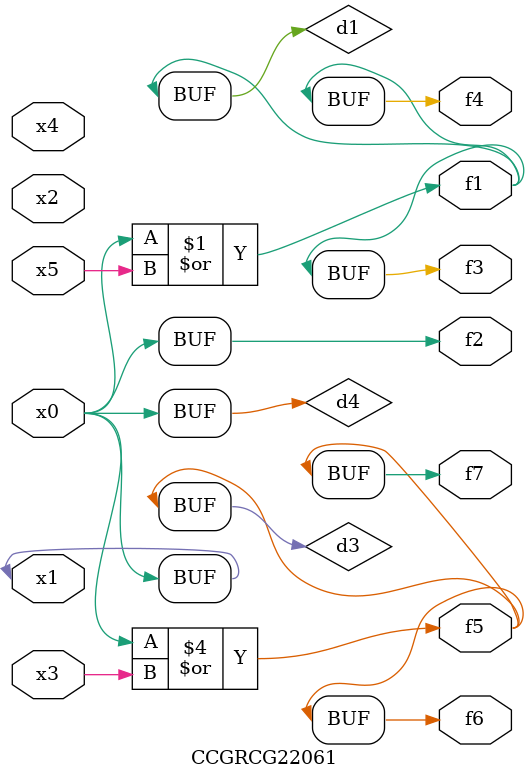
<source format=v>
module CCGRCG22061(
	input x0, x1, x2, x3, x4, x5,
	output f1, f2, f3, f4, f5, f6, f7
);

	wire d1, d2, d3, d4;

	or (d1, x0, x5);
	xnor (d2, x1, x4);
	or (d3, x0, x3);
	buf (d4, x0, x1);
	assign f1 = d1;
	assign f2 = d4;
	assign f3 = d1;
	assign f4 = d1;
	assign f5 = d3;
	assign f6 = d3;
	assign f7 = d3;
endmodule

</source>
